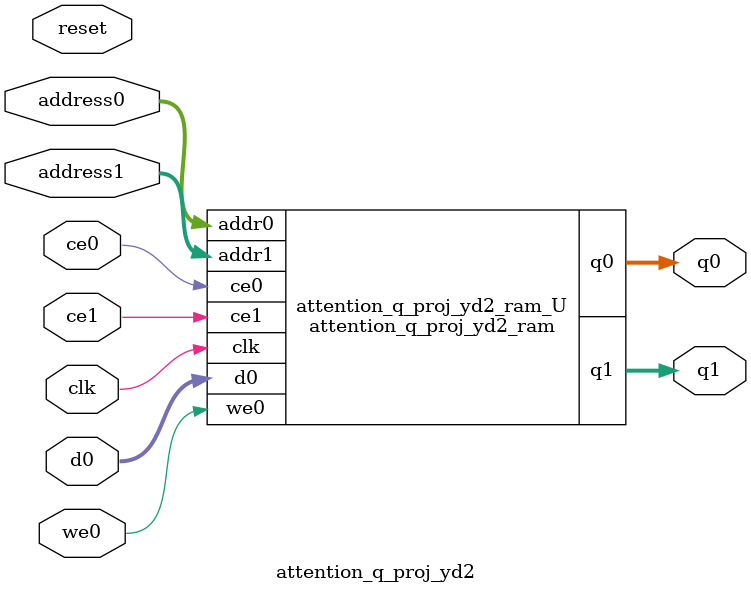
<source format=v>
`timescale 1 ns / 1 ps
module attention_q_proj_yd2_ram (addr0, ce0, d0, we0, q0, addr1, ce1, q1,  clk);

parameter DWIDTH = 40;
parameter AWIDTH = 5;
parameter MEM_SIZE = 24;

input[AWIDTH-1:0] addr0;
input ce0;
input[DWIDTH-1:0] d0;
input we0;
output reg[DWIDTH-1:0] q0;
input[AWIDTH-1:0] addr1;
input ce1;
output reg[DWIDTH-1:0] q1;
input clk;

(* ram_style = "distributed" *)reg [DWIDTH-1:0] ram[0:MEM_SIZE-1];




always @(posedge clk)  
begin 
    if (ce0) begin
        if (we0) 
            ram[addr0] <= d0; 
        q0 <= ram[addr0];
    end
end


always @(posedge clk)  
begin 
    if (ce1) begin
        q1 <= ram[addr1];
    end
end


endmodule

`timescale 1 ns / 1 ps
module attention_q_proj_yd2(
    reset,
    clk,
    address0,
    ce0,
    we0,
    d0,
    q0,
    address1,
    ce1,
    q1);

parameter DataWidth = 32'd40;
parameter AddressRange = 32'd24;
parameter AddressWidth = 32'd5;
input reset;
input clk;
input[AddressWidth - 1:0] address0;
input ce0;
input we0;
input[DataWidth - 1:0] d0;
output[DataWidth - 1:0] q0;
input[AddressWidth - 1:0] address1;
input ce1;
output[DataWidth - 1:0] q1;



attention_q_proj_yd2_ram attention_q_proj_yd2_ram_U(
    .clk( clk ),
    .addr0( address0 ),
    .ce0( ce0 ),
    .we0( we0 ),
    .d0( d0 ),
    .q0( q0 ),
    .addr1( address1 ),
    .ce1( ce1 ),
    .q1( q1 ));

endmodule


</source>
